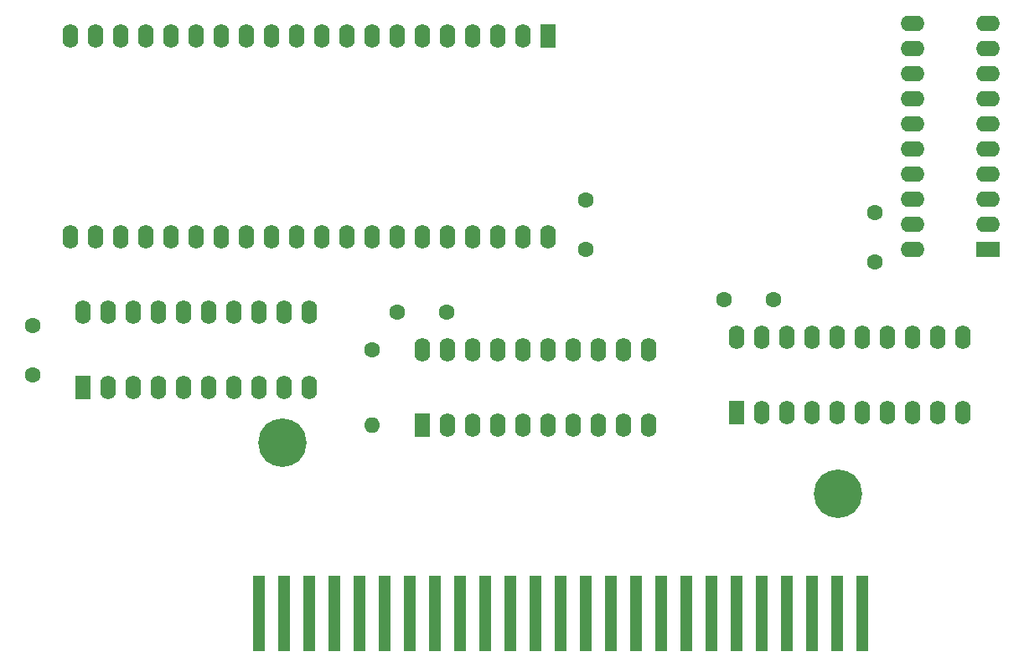
<source format=gbs>
G04 #@! TF.GenerationSoftware,KiCad,Pcbnew,(6.0.9)*
G04 #@! TF.CreationDate,2023-07-19T22:39:00+02:00*
G04 #@! TF.ProjectId,Cartucho_MSX_Tang_Nano_20k_V9958,43617274-7563-4686-9f5f-4d53585f5461,rev?*
G04 #@! TF.SameCoordinates,Original*
G04 #@! TF.FileFunction,Soldermask,Bot*
G04 #@! TF.FilePolarity,Negative*
%FSLAX46Y46*%
G04 Gerber Fmt 4.6, Leading zero omitted, Abs format (unit mm)*
G04 Created by KiCad (PCBNEW (6.0.9)) date 2023-07-19 22:39:00*
%MOMM*%
%LPD*%
G01*
G04 APERTURE LIST*
%ADD10C,4.900000*%
%ADD11R,1.270000X7.620000*%
%ADD12C,1.600000*%
%ADD13R,1.600000X2.400000*%
%ADD14O,1.600000X2.400000*%
%ADD15O,1.600000X1.600000*%
%ADD16R,2.400000X1.600000*%
%ADD17O,2.400000X1.600000*%
G04 APERTURE END LIST*
D10*
X83660000Y-122465000D03*
X139860000Y-127565000D03*
D11*
X142240000Y-139700000D03*
X139700000Y-139700000D03*
X137160000Y-139700000D03*
X134620000Y-139700000D03*
X132080000Y-139700000D03*
X129540000Y-139700000D03*
X127000000Y-139700000D03*
X124460000Y-139700000D03*
X121920000Y-139700000D03*
X119380000Y-139700000D03*
X116840000Y-139700000D03*
X114300000Y-139700000D03*
X111760000Y-139700000D03*
X109220000Y-139700000D03*
X106680000Y-139700000D03*
X104140000Y-139700000D03*
X101600000Y-139700000D03*
X99060000Y-139700000D03*
X96520000Y-139700000D03*
X93980000Y-139700000D03*
X91440000Y-139700000D03*
X88900000Y-139700000D03*
X86360000Y-139700000D03*
X83820000Y-139700000D03*
X81280000Y-139700000D03*
D12*
X114300000Y-102870000D03*
X114300000Y-97870000D03*
X95250000Y-109220000D03*
X100250000Y-109220000D03*
X58420000Y-115570000D03*
X58420000Y-110570000D03*
D13*
X63505000Y-116840000D03*
D14*
X66045000Y-116840000D03*
X68585000Y-116840000D03*
X71125000Y-116840000D03*
X73665000Y-116840000D03*
X76205000Y-116840000D03*
X78745000Y-116840000D03*
X81285000Y-116840000D03*
X83825000Y-116840000D03*
X86365000Y-116840000D03*
X86365000Y-109220000D03*
X83825000Y-109220000D03*
X81285000Y-109220000D03*
X78745000Y-109220000D03*
X76205000Y-109220000D03*
X73665000Y-109220000D03*
X71125000Y-109220000D03*
X68585000Y-109220000D03*
X66045000Y-109220000D03*
X63505000Y-109220000D03*
D13*
X110490000Y-81275000D03*
D14*
X107950000Y-81275000D03*
X105410000Y-81275000D03*
X102870000Y-81275000D03*
X100330000Y-81275000D03*
X97790000Y-81275000D03*
X95250000Y-81275000D03*
X92710000Y-81275000D03*
X90170000Y-81275000D03*
X87630000Y-81275000D03*
X85090000Y-81275000D03*
X82550000Y-81275000D03*
X80010000Y-81275000D03*
X77470000Y-81275000D03*
X74930000Y-81275000D03*
X72390000Y-81275000D03*
X69850000Y-81275000D03*
X67310000Y-81275000D03*
X64770000Y-81275000D03*
X62230000Y-81275000D03*
X62230000Y-101595000D03*
X64770000Y-101595000D03*
X67310000Y-101595000D03*
X69850000Y-101595000D03*
X72390000Y-101595000D03*
X74930000Y-101595000D03*
X77470000Y-101595000D03*
X80010000Y-101595000D03*
X82550000Y-101595000D03*
X85090000Y-101595000D03*
X87630000Y-101595000D03*
X90170000Y-101595000D03*
X92710000Y-101595000D03*
X95250000Y-101595000D03*
X97790000Y-101595000D03*
X100330000Y-101595000D03*
X102870000Y-101595000D03*
X105410000Y-101595000D03*
X107950000Y-101595000D03*
X110490000Y-101595000D03*
D13*
X129540000Y-119380000D03*
D14*
X132080000Y-119380000D03*
X134620000Y-119380000D03*
X137160000Y-119380000D03*
X139700000Y-119380000D03*
X142240000Y-119380000D03*
X144780000Y-119380000D03*
X147320000Y-119380000D03*
X149860000Y-119380000D03*
X152400000Y-119380000D03*
X152400000Y-111760000D03*
X149860000Y-111760000D03*
X147320000Y-111760000D03*
X144780000Y-111760000D03*
X142240000Y-111760000D03*
X139700000Y-111760000D03*
X137160000Y-111760000D03*
X134620000Y-111760000D03*
X132080000Y-111760000D03*
X129540000Y-111760000D03*
D12*
X143510000Y-104140000D03*
X143510000Y-99140000D03*
X92710000Y-113030000D03*
D15*
X92710000Y-120650000D03*
D12*
X128270000Y-107950000D03*
X133270000Y-107950000D03*
D13*
X97790000Y-120650000D03*
D14*
X100330000Y-120650000D03*
X102870000Y-120650000D03*
X105410000Y-120650000D03*
X107950000Y-120650000D03*
X110490000Y-120650000D03*
X113030000Y-120650000D03*
X115570000Y-120650000D03*
X118110000Y-120650000D03*
X120650000Y-120650000D03*
X120650000Y-113030000D03*
X118110000Y-113030000D03*
X115570000Y-113030000D03*
X113030000Y-113030000D03*
X110490000Y-113030000D03*
X107950000Y-113030000D03*
X105410000Y-113030000D03*
X102870000Y-113030000D03*
X100330000Y-113030000D03*
X97790000Y-113030000D03*
D16*
X154940000Y-102870000D03*
D17*
X154940000Y-100330000D03*
X154940000Y-97790000D03*
X154940000Y-95250000D03*
X154940000Y-92710000D03*
X154940000Y-90170000D03*
X154940000Y-87630000D03*
X154940000Y-85090000D03*
X154940000Y-82550000D03*
X154940000Y-80010000D03*
X147320000Y-80010000D03*
X147320000Y-82550000D03*
X147320000Y-85090000D03*
X147320000Y-87630000D03*
X147320000Y-90170000D03*
X147320000Y-92710000D03*
X147320000Y-95250000D03*
X147320000Y-97790000D03*
X147320000Y-100330000D03*
X147320000Y-102870000D03*
M02*

</source>
